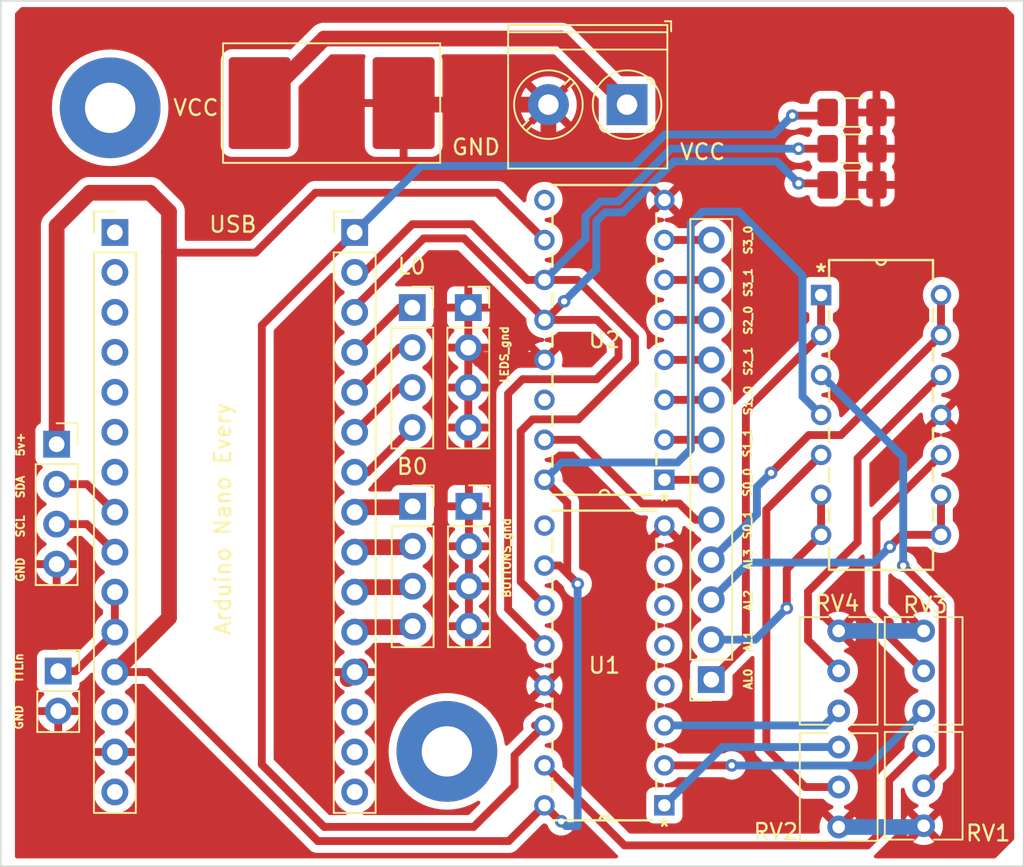
<source format=kicad_pcb>
(kicad_pcb (version 20221018) (generator pcbnew)
  (layers (0 "F.Cu" signal) (31 "B.Cu" signal) (34 "B.Paste" user) (35 "F.Paste" user) (36 "B.SilkS" user "B.Silkscreen") (37 "F.SilkS" user "F.Silkscreen") (38 "B.Mask" user) (39 "F.Mask" user) (44 "Edge.Cuts" user))
  (net 0 "")
  (net 1 "DATA")
  (net 2 "CLOCK")
  (net 3 "LATCH")
  (net 4 "LED0")
  (net 5 "LED1")
  (net 6 "LED2")
  (net 7 "LED3")
  (net 8 "BUTTON_0")
  (net 9 "BUTTON_1")
  (net 10 "BUTTON_2")
  (net 11 "BUTTON_3")
  (net 12 "GND")
  (net 17 "VCC_board")
  (net 19 "TTL+")
  (net 20 "SCL")
  (net 21 "SDA")
  (net 22 "VCC")
  (net 23 "AL1")
  (net 26 "AL2")
  (net 27 "AL3")
  (net 28 "AL0")
  (net 33 "Switch0_OFF")
  (net 35 "Switch1_ON")
  (net 36 "Switch1_OFF")
  (net 37 "Switch2_ON")
  (net 38 "Switch2_OFF")
  (net 39 "Switch3_ON")
  (net 40 "Switch3_OFF")
  (net 43 "Switch0_ON")
  (net 49 "AL0_out")
  (net 50 "AL1_out")
  (net 51 "AL2_out")
  (net 52 "AL3_out")
  (net 53 "Net-(U3-1IN+)")
  (net 54 "Net-(U3-2IN+)")
  (net 55 "Net-(U3-3IN+)")
  (net 56 "Net-(U3-4IN+)")
  (footprint "Connector_PinHeader_2.54mm:PinHeader_1x15_P2.54mm_Vertical" (layer "F.Cu") (at 7.25 14.72)
    (fp_text reference "J2" hide)
    (fp_text value "Conn_01x15_Pin" hide)
    (pad "1" thru_hole rect (at 0 0) (size 1.7 1.7) (drill 1) (layers "*.Cu" "*.Mask"))
    (pad "2" thru_hole oval (at 0 2.54) (size 1.7 1.7) (drill 1) (layers "*.Cu" "*.Mask"))
    (pad "3" thru_hole oval (at 0 5.08) (size 1.7 1.7) (drill 1) (layers "*.Cu" "*.Mask"))
    (pad "4" thru_hole oval (at 0 7.62) (size 1.7 1.7) (drill 1) (layers "*.Cu" "*.Mask"))
    (pad "5" thru_hole oval (at 0 10.16) (size 1.7 1.7) (drill 1) (layers "*.Cu" "*.Mask"))
    (pad "6" thru_hole oval (at 0 12.7) (size 1.7 1.7) (drill 1) (layers "*.Cu" "*.Mask"))
    (pad "7" thru_hole oval (at 0 15.24) (size 1.7 1.7) (drill 1) (layers "*.Cu" "*.Mask"))
    (pad "8" thru_hole oval (at 0 17.78) (size 1.7 1.7) (drill 1) (layers "*.Cu" "*.Mask") (net 21 "SDA"))
    (pad "9" thru_hole oval (at 0 20.32) (size 1.7 1.7) (drill 1) (layers "*.Cu" "*.Mask") (net 20 "SCL"))
    (pad "10" thru_hole oval (at 0 22.86) (size 1.7 1.7) (drill 1) (layers "*.Cu" "*.Mask") (net 19 "TTL+"))
    (pad "11" thru_hole oval (at 0 25.4) (size 1.7 1.7) (drill 1) (layers "*.Cu" "*.Mask") (net 19 "TTL+"))
    (pad "12" thru_hole oval (at 0 27.94) (size 1.7 1.7) (drill 1) (layers "*.Cu" "*.Mask") (net 17 "VCC_board"))
    (pad "13" thru_hole oval (at 0 30.48) (size 1.7 1.7) (drill 1) (layers "*.Cu" "*.Mask"))
    (pad "14" thru_hole oval (at 0 33.02) (size 1.7 1.7) (drill 1) (layers "*.Cu" "*.Mask") (net 12 "GND"))
    (pad "15" thru_hole oval (at 0 35.56) (size 1.7 1.7) (drill 1) (layers "*.Cu" "*.Mask"))
  )
  (footprint "PCM_Resistor_SMD_AKL:R_Shunt_Vishay_WSR2_WSR3" (layer "F.Cu") (at 21.025 6.5)
    (fp_text reference "REF**" hide)
    (fp_text value "R_Shunt_Vishay_WSR2_WSR3" hide)
    (pad "1" smd roundrect (at -4.575 0) (size 3.94 5.84) (layers "F.Cu" "F.Paste" "F.Mask") (roundrect_rratio 0.06345177665) (net 22 "VCC"))
    (pad "2" smd roundrect (at 4.575 0) (size 3.94 5.84) (layers "F.Cu" "F.Paste" "F.Mask") (roundrect_rratio 0.06345177665) (net 12 "GND"))
  )
  (footprint "MountingHole:MountingHole_3.2mm_M3_Pad" (layer "F.Cu") (at 6.95 6.8)
    (fp_text reference "REF**" hide)
    (fp_text value "MountingHole_3.2mm_M3_Pad" hide)
    (pad "1" thru_hole circle (at 0 0) (size 6.4 6.4) (drill 3.2) (layers "*.Cu" "*.Mask"))
  )
  (footprint "abc:SN74HC595N" (layer "F.Cu") (at 34.55 33.35 180)
    (fp_text reference "U1" (at -3.81 -8.89) (layer "F.SilkS"))
    (fp_text value "SN74HC595_N_16" hide)
    (fp_text user "*" (at -7.62 -19.1897) (layer "F.SilkS"))
    (pad "1" thru_hole rect (at -7.62 -17.78 180) (size 1.2954 1.2954) (drill 0.7874) (layers "*.Cu" "*.Mask") (net 23 "AL1"))
    (pad "2" thru_hole circle (at -7.62 -15.24 180) (size 1.2954 1.2954) (drill 0.7874) (layers "*.Cu" "*.Mask") (net 26 "AL2"))
    (pad "3" thru_hole circle (at -7.62 -12.7 180) (size 1.2954 1.2954) (drill 0.7874) (layers "*.Cu" "*.Mask") (net 27 "AL3"))
    (pad "4" thru_hole circle (at -7.62 -10.16 180) (size 1.2954 1.2954) (drill 0.7874) (layers "*.Cu" "*.Mask"))
    (pad "5" thru_hole circle (at -7.62 -7.62 180) (size 1.2954 1.2954) (drill 0.7874) (layers "*.Cu" "*.Mask"))
    (pad "6" thru_hole circle (at -7.62 -5.08 180) (size 1.2954 1.2954) (drill 0.7874) (layers "*.Cu" "*.Mask"))
    (pad "7" thru_hole circle (at -7.62 -2.54 180) (size 1.2954 1.2954) (drill 0.7874) (layers "*.Cu" "*.Mask"))
    (pad "8" thru_hole circle (at -7.62 0 180) (size 1.2954 1.2954) (drill 0.7874) (layers "*.Cu" "*.Mask") (net 12 "GND"))
    (pad "9" thru_hole circle (at 0 0 180) (size 1.2954 1.2954) (drill 0.7874) (layers "*.Cu" "*.Mask"))
    (pad "10" thru_hole circle (at 0 -2.54 180) (size 1.2954 1.2954) (drill 0.7874) (layers "*.Cu" "*.Mask") (net 17 "VCC_board"))
    (pad "11" thru_hole circle (at 0 -5.08 180) (size 1.2954 1.2954) (drill 0.7874) (layers "*.Cu" "*.Mask") (net 2 "CLOCK"))
    (pad "12" thru_hole circle (at 0 -7.62 180) (size 1.2954 1.2954) (drill 0.7874) (layers "*.Cu" "*.Mask") (net 3 "LATCH"))
    (pad "13" thru_hole circle (at 0 -10.16 180) (size 1.2954 1.2954) (drill 0.7874) (layers "*.Cu" "*.Mask") (net 12 "GND"))
    (pad "14" thru_hole circle (at 0 -12.7 180) (size 1.2954 1.2954) (drill 0.7874) (layers "*.Cu" "*.Mask") (net 1 "DATA"))
    (pad "15" thru_hole circle (at 0 -15.24 180) (size 1.2954 1.2954) (drill 0.7874) (layers "*.Cu" "*.Mask") (net 28 "AL0"))
    (pad "16" thru_hole circle (at 0 -17.78 180) (size 1.2954 1.2954) (drill 0.7874) (layers "*.Cu" "*.Mask") (net 17 "VCC_board"))
  )
  (footprint "Connector_PinSocket_2.54mm:PinSocket_1x04_P2.54mm_Vertical" (layer "F.Cu") (at 29.75 32.125)
    (fp_text reference "J7" hide)
    (fp_text value "BUTTONS_gnd" hide)
    (pad "1" thru_hole rect (at 0 0) (size 1.7 1.7) (drill 1) (layers "*.Cu" "*.Mask") (net 12 "GND"))
    (pad "2" thru_hole oval (at 0 2.54) (size 1.7 1.7) (drill 1) (layers "*.Cu" "*.Mask") (net 12 "GND"))
    (pad "3" thru_hole oval (at 0 5.08) (size 1.7 1.7) (drill 1) (layers "*.Cu" "*.Mask") (net 12 "GND"))
    (pad "4" thru_hole oval (at 0 7.62) (size 1.7 1.7) (drill 1) (layers "*.Cu" "*.Mask") (net 12 "GND"))
  )
  (footprint "Resistor_SMD:R_1206_3216Metric_Pad1.30x1.75mm_HandSolder" (layer "F.Cu") (at 54.1 11.7 180)
    (fp_text reference "R2" hide)
    (fp_text value "R_1206" hide)
    (pad "1" smd roundrect (at -1.55 0 180) (size 1.3 1.75) (layers "F.Cu" "F.Paste" "F.Mask") (roundrect_rratio 0.192308) (net 12 "GND"))
    (pad "2" smd roundrect (at 1.55 0 180) (size 1.3 1.75) (layers "F.Cu" "F.Paste" "F.Mask") (roundrect_rratio 0.192308) (net 3 "LATCH"))
  )
  (footprint "Potentiometer_THT:Potentiometer_Vishay_T73XW_Horizontal" (layer "F.Cu") (at 53.25 47.425)
    (fp_text reference "RV2" hide)
    (fp_text value "potentiometer_3362P" hide)
    (pad "1" thru_hole circle (at 0 0) (size 1.44 1.44) (drill 0.8) (layers "*.Cu" "*.Mask") (net 23 "AL1"))
    (pad "2" thru_hole circle (at 0 2.54) (size 1.44 1.44) (drill 0.8) (layers "*.Cu" "*.Mask") (net 54 "Net-(U3-2IN+)"))
    (pad "3" thru_hole circle (at 0 5.08) (size 1.44 1.44) (drill 0.8) (layers "*.Cu" "*.Mask") (net 12 "GND"))
  )
  (footprint "Resistor_SMD:R_1206_3216Metric_Pad1.30x1.75mm_HandSolder" (layer "F.Cu") (at 54.1 7.1 180)
    (fp_text reference "R1" hide)
    (fp_text value "R_1206" hide)
    (pad "1" smd roundrect (at -1.55 0 180) (size 1.3 1.75) (layers "F.Cu" "F.Paste" "F.Mask") (roundrect_rratio 0.192308) (net 12 "GND"))
    (pad "2" smd roundrect (at 1.55 0 180) (size 1.3 1.75) (layers "F.Cu" "F.Paste" "F.Mask") (roundrect_rratio 0.192308) (net 1 "DATA"))
  )
  (footprint "Potentiometer_THT:Potentiometer_Vishay_T73XW_Horizontal" (layer "F.Cu") (at 58.65 47.345)
    (fp_text reference "RV1" (at 4.1 5.555) (layer "F.SilkS"))
    (fp_text value "potentiometer_3362P" hide)
    (pad "1" thru_hole circle (at 0 0) (size 1.44 1.44) (drill 0.8) (layers "*.Cu" "*.Mask") (net 28 "AL0"))
    (pad "2" thru_hole circle (at 0 2.54) (size 1.44 1.44) (drill 0.8) (layers "*.Cu" "*.Mask") (net 53 "Net-(U3-1IN+)"))
    (pad "3" thru_hole circle (at 0 5.08) (size 1.44 1.44) (drill 0.8) (layers "*.Cu" "*.Mask") (net 12 "GND"))
  )
  (footprint "LM324N:N14" (layer "F.Cu") (at 59.75 33.94)
    (fp_text reference "U3" hide)
    (fp_text value "LM324N")
    (fp_text user "*" (at -7.62 -16.6497) (layer "F.SilkS"))
    (fp_text user "*" (at -7.62 -16.6497 unlocked) (layer "F.SilkS"))
    (pad "1" thru_hole rect (at -7.62 -15.24) (size 1.2954 1.2954) (drill 0.7874) (layers "*.Cu" "*.Mask") (net 49 "AL0_out"))
    (pad "2" thru_hole circle (at -7.62 -12.7) (size 1.2954 1.2954) (drill 0.7874) (layers "*.Cu" "*.Mask") (net 49 "AL0_out"))
    (pad "3" thru_hole circle (at -7.62 -10.16) (size 1.2954 1.2954) (drill 0.7874) (layers "*.Cu" "*.Mask") (net 53 "Net-(U3-1IN+)"))
    (pad "4" thru_hole circle (at -7.62 -7.62) (size 1.2954 1.2954) (drill 0.7874) (layers "*.Cu" "*.Mask") (net 17 "VCC_board"))
    (pad "5" thru_hole circle (at -7.62 -5.08) (size 1.2954 1.2954) (drill 0.7874) (layers "*.Cu" "*.Mask") (net 54 "Net-(U3-2IN+)"))
    (pad "6" thru_hole circle (at -7.62 -2.54) (size 1.2954 1.2954) (drill 0.7874) (layers "*.Cu" "*.Mask") (net 50 "AL1_out"))
    (pad "7" thru_hole circle (at -7.62 0) (size 1.2954 1.2954) (drill 0.7874) (layers "*.Cu" "*.Mask") (net 50 "AL1_out"))
    (pad "8" thru_hole circle (at 0 0) (size 1.2954 1.2954) (drill 0.7874) (layers "*.Cu" "*.Mask") (net 51 "AL2_out"))
    (pad "9" thru_hole circle (at 0 -2.54) (size 1.2954 1.2954) (drill 0.7874) (layers "*.Cu" "*.Mask") (net 51 "AL2_out"))
    (pad "10" thru_hole circle (at 0 -5.08) (size 1.2954 1.2954) (drill 0.7874) (layers "*.Cu" "*.Mask") (net 55 "Net-(U3-3IN+)"))
    (pad "11" thru_hole circle (at 0 -7.62) (size 1.2954 1.2954) (drill 0.7874) (layers "*.Cu" "*.Mask") (net 12 "GND"))
    (pad "12" thru_hole circle (at 0 -10.16) (size 1.2954 1.2954) (drill 0.7874) (layers "*.Cu" "*.Mask") (net 56 "Net-(U3-4IN+)"))
    (pad "13" thru_hole circle (at 0 -12.7) (size 1.2954 1.2954) (drill 0.7874) (layers "*.Cu" "*.Mask") (net 52 "AL3_out"))
    (pad "14" thru_hole circle (at 0 -15.24) (size 1.2954 1.2954) (drill 0.7874) (layers "*.Cu" "*.Mask") (net 52 "AL3_out"))
  )
  (footprint "Connector_PinSocket_2.54mm:PinSocket_1x04_P2.54mm_Vertical" (layer "F.Cu") (at 29.71 19.5)
    (fp_text reference "J5" hide)
    (fp_text value "LEDS_gnd" (at 2.3 2.975 90) (layer "F.SilkS") (effects (font (size 0.5 0.5) (thickness 0.125))))
    (pad "1" thru_hole rect (at 0 0) (size 1.7 1.7) (drill 1) (layers "*.Cu" "*.Mask") (net 12 "GND"))
    (pad "2" thru_hole oval (at 0 2.54) (size 1.7 1.7) (drill 1) (layers "*.Cu" "*.Mask") (net 12 "GND"))
    (pad "3" thru_hole oval (at 0 5.08) (size 1.7 1.7) (drill 1) (layers "*.Cu" "*.Mask") (net 12 "GND"))
    (pad "4" thru_hole oval (at 0 7.62) (size 1.7 1.7) (drill 1) (layers "*.Cu" "*.Mask") (net 12 "GND"))
  )
  (footprint "Connector_PinSocket_2.54mm:PinSocket_1x02_P2.54mm_Vertical" (layer "F.Cu") (at 3.65 42.6)
    (fp_text reference "J9" hide)
    (fp_text value "TTLin" (at -2.5 -0.2 90) (layer "F.SilkS") (effects (font (size 0.5 0.5))))
    (pad "1" thru_hole rect (at 0 0) (size 1.7 1.7) (drill 1) (layers "*.Cu" "*.Mask") (net 19 "TTL+"))
    (pad "2" thru_hole oval (at 0 2.54) (size 1.7 1.7) (drill 1) (layers "*.Cu" "*.Mask") (net 12 "GND"))
  )
  (footprint "Connector_PinSocket_2.54mm:PinSocket_1x04_P2.54mm_Vertical" (layer "F.Cu") (at 3.55 28.18)
    (fp_text reference "J8" hide)
    (fp_text value "oled" hide)
    (pad "1" thru_hole rect (at 0 0) (size 1.7 1.7) (drill 1) (layers "*.Cu" "*.Mask") (net 17 "VCC_board"))
    (pad "2" thru_hole oval (at 0 2.54) (size 1.7 1.7) (drill 1) (layers "*.Cu" "*.Mask") (net 21 "SDA"))
    (pad "3" thru_hole oval (at 0 5.08) (size 1.7 1.7) (drill 1) (layers "*.Cu" "*.Mask") (net 20 "SCL"))
    (pad "4" thru_hole oval (at 0 7.62) (size 1.7 1.7) (drill 1) (layers "*.Cu" "*.Mask") (net 12 "GND"))
  )
  (footprint "Connector_PinHeader_2.54mm:PinHeader_1x15_P2.54mm_Vertical" (layer "F.Cu") (at 22.49 14.72)
    (fp_text reference "J1" hide)
    (fp_text value "Conn_01x15_Pin" hide)
    (pad "1" thru_hole rect (at 0 0) (size 1.7 1.7) (drill 1) (layers "*.Cu" "*.Mask") (net 1 "DATA"))
    (pad "2" thru_hole oval (at 0 2.54) (size 1.7 1.7) (drill 1) (layers "*.Cu" "*.Mask") (net 2 "CLOCK"))
    (pad "3" thru_hole oval (at 0 5.08) (size 1.7 1.7) (drill 1) (layers "*.Cu" "*.Mask") (net 3 "LATCH"))
    (pad "4" thru_hole oval (at 0 7.62) (size 1.7 1.7) (drill 1) (layers "*.Cu" "*.Mask") (net 4 "LED0"))
    (pad "5" thru_hole oval (at 0 10.16) (size 1.7 1.7) (drill 1) (layers "*.Cu" "*.Mask") (net 5 "LED1"))
    (pad "6" thru_hole oval (at 0 12.7) (size 1.7 1.7) (drill 1) (layers "*.Cu" "*.Mask") (net 6 "LED2"))
    (pad "7" thru_hole oval (at 0 15.24) (size 1.7 1.7) (drill 1) (layers "*.Cu" "*.Mask") (net 7 "LED3"))
    (pad "8" thru_hole oval (at 0 17.78) (size 1.7 1.7) (drill 1) (layers "*.Cu" "*.Mask") (net 8 "BUTTON_0"))
    (pad "9" thru_hole oval (at 0 20.32) (size 1.7 1.7) (drill 1) (layers "*.Cu" "*.Mask") (net 9 "BUTTON_1"))
    (pad "10" thru_hole oval (at 0 22.86) (size 1.7 1.7) (drill 1) (layers "*.Cu" "*.Mask") (net 10 "BUTTON_2"))
    (pad "11" thru_hole oval (at 0 25.4) (size 1.7 1.7) (drill 1) (layers "*.Cu" "*.Mask") (net 11 "BUTTON_3"))
    (pad "12" thru_hole oval (at 0 27.94) (size 1.7 1.7) (drill 1) (layers "*.Cu" "*.Mask") (net 12 "GND"))
    (pad "13" thru_hole oval (at 0 30.48) (size 1.7 1.7) (drill 1) (layers "*.Cu" "*.Mask"))
    (pad "14" thru_hole oval (at 0 33.02) (size 1.7 1.7) (drill 1) (layers "*.Cu" "*.Mask"))
    (pad "15" thru_hole oval (at 0 35.56) (size 1.7 1.7) (drill 1) (layers "*.Cu" "*.Mask"))
  )
  (footprint "MountingHole:MountingHole_3.2mm_M3_Pad" (layer "F.Cu") (at 28.35 47.7)
    (fp_text reference "REF**" hide)
    (fp_text value "MountingHole_3.2mm_M3_Pad" hide)
    (pad "1" thru_hole circle (at 0 0) (size 6.4 6.4) (drill 3.2) (layers "*.Cu" "*.Mask"))
  )
  (footprint "Connector_PinSocket_2.54mm:PinSocket_1x04_P2.54mm_Vertical" (layer "F.Cu") (at 26.175 32.125)
    (fp_text reference "J6" hide)
    (fp_text value "Buttons_digital" hide)
    (pad "1" thru_hole rect (at 0 0) (size 1.7 1.7) (drill 1) (layers "*.Cu" "*.Mask") (net 8 "BUTTON_0"))
    (pad "2" thru_hole oval (at 0 2.54) (size 1.7 1.7) (drill 1) (layers "*.Cu" "*.Mask") (net 9 "BUTTON_1"))
    (pad "3" thru_hole oval (at 0 5.08) (size 1.7 1.7) (drill 1) (layers "*.Cu" "*.Mask") (net 10 "BUTTON_2"))
    (pad "4" thru_hole oval (at 0 7.62) (size 1.7 1.7) (drill 1) (layers "*.Cu" "*.Mask") (net 11 "BUTTON_3"))
  )
  (footprint "TerminalBlock_Phoenix:TerminalBlock_Phoenix_PT-1,5-2-5.0-H_1x02_P5.00mm_Horizontal" (layer "F.Cu") (at 39.8 6.6 180)
    (fp_text reference "J3" hide)
    (fp_text value "power" hide)
    (pad "1" thru_hole rect (at 0 0 180) (size 2.6 2.6) (drill 1.3) (layers "*.Cu" "*.Mask") (net 22 "VCC"))
    (pad "2" thru_hole circle (at 5 0 180) (size 2.6 2.6) (drill 1.3) (layers "*.Cu" "*.Mask") (net 12 "GND"))
  )
  (footprint "Potentiometer_THT:Potentiometer_Vishay_T73XW_Horizontal" (layer "F.Cu") (at 58.65 45.125 180)
    (fp_text reference "RV3" hide)
    (fp_text value "potentiometer_3362P" hide)
    (pad "1" thru_hole circle (at 0 0 180) (size 1.44 1.44) (drill 0.8) (layers "*.Cu" "*.Mask") (net 26 "AL2"))
    (pad "2" thru_hole circle (at 0 2.54 180) (size 1.44 1.44) (drill 0.8) (layers "*.Cu" "*.Mask") (net 55 "Net-(U3-3IN+)"))
    (pad "3" thru_hole circle (at 0 5.08 180) (size 1.44 1.44) (drill 0.8) (layers "*.Cu" "*.Mask") (net 12 "GND"))
  )
  (footprint "Resistor_SMD:R_1206_3216Metric_Pad1.30x1.75mm_HandSolder" (layer "F.Cu") (at 54.1 9.4 180)
    (fp_text reference "R3" hide)
    (fp_text value "R_1206" hide)
    (pad "1" smd roundrect (at -1.55 0 180) (size 1.3 1.75) (layers "F.Cu" "F.Paste" "F.Mask") (roundrect_rratio 0.192308) (net 12 "GND"))
    (pad "2" smd roundrect (at 1.55 0 180) (size 1.3 1.75) (layers "F.Cu" "F.Paste" "F.Mask") (roundrect_rratio 0.192308) (net 2 "CLOCK"))
  )
  (footprint "Potentiometer_THT:Potentiometer_Vishay_T73XW_Horizontal" (layer "F.Cu") (at 53.25 45.125 180)
    (fp_text reference "RV4" hide)
    (fp_text value "potentiometer_3362P" hide)
    (pad "1" thru_hole circle (at 0 0 180) (size 1.44 1.44) (drill 0.8) (layers "*.Cu" "*.Mask") (net 27 "AL3"))
    (pad "2" thru_hole circle (at 0 2.54 180) (size 1.44 1.44) (drill 0.8) (layers "*.Cu" "*.Mask") (net 56 "Net-(U3-4IN+)"))
    (pad "3" thru_hole circle (at 0 5.08 180) (size 1.44 1.44) (drill 0.8) (layers "*.Cu" "*.Mask") (net 12 "GND"))
  )
  (footprint "abc:SN74HC595N" (layer "F.Cu") (at 34.55 12.66 180)
    (fp_text reference "U2" (at -3.81 -8.89) (layer "F.SilkS"))
    (fp_text value "SN74HC595_N_16" hide)
    (fp_text user "*" (at -7.62 -19.1897) (layer "F.SilkS"))
    (pad "1" thru_hole rect (at -7.62 -17.78 180) (size 1.2954 1.2954) (drill 0.7874) (layers "*.Cu" "*.Mask") (net 33 "Switch0_OFF"))
    (pad "2" thru_hole circle (at -7.62 -15.24 180) (size 1.2954 1.2954) (drill 0.7874) (layers "*.Cu" "*.Mask") (net 35 "Switch1_ON"))
    (pad "3" thru_hole circle (at -7.62 -12.7 180) (size 1.2954 1.2954) (drill 0.7874) (layers "*.Cu" "*.Mask") (net 36 "Switch1_OFF"))
    (pad "4" thru_hole circle (at -7.62 -10.16 180) (size 1.2954 1.2954) (drill 0.7874) (layers "*.Cu" "*.Mask") (net 37 "Switch2_ON"))
    (pad "5" thru_hole circle (at -7.62 -7.62 180) (size 1.2954 1.2954) (drill 0.7874) (layers "*.Cu" "*.Mask") (net 38 "Switch2_OFF"))
    (pad "6" thru_hole circle (at -7.62 -5.08 180) (size 1.2954 1.2954) (drill 0.7874) (layers "*.Cu" "*.Mask") (net 39 "Switch3_ON"))
    (pad "7" thru_hole circle (at -7.62 -2.54 180) (size 1.2954 1.2954) (drill 0.7874) (layers "*.Cu" "*.Mask") (net 40 "Switch3_OFF"))
    (pad "8" thru_hole circle (at -7.62 0 180) (size 1.2954 1.2954) (drill 0.7874) (layers "*.Cu" "*.Mask") (net 12 "GND"))
    (pad "9" thru_hole circle (at 0 0 180) (size 1.2954 1.2954) (drill 0.7874) (layers "*.Cu" "*.Mask"))
    (pad "10" thru_hole circle (at 0 -2.54 180) (size 1.2954 1.2954) (drill 0.7874) (layers "*.Cu" "*.Mask") (net 17 "VCC_board"))
    (pad "11" thru_hole circle (at 0 -5.08 180) (size 1.2954 1.2954) (drill 0.7874) (layers "*.Cu" "*.Mask") (net 2 "CLOCK"))
    (pad "12" thru_hole circle (at 0 -7.62 180) (size 1.2954 1.2954) (drill 0.7874) (layers "*.Cu" "*.Mask") (net 3 "LATCH"))
    (pad "13" thru_hole circle (at 0 -10.16 180) (size 1.2954 1.2954) (drill 0.7874) (layers "*.Cu" "*.Mask") (net 12 "GND"))
    (pad "14" thru_hole circle (at 0 -12.7 180) (size 1.2954 1.2954) (drill 0.7874) (layers "*.Cu" "*.Mask"))
    (pad "15" thru_hole circle (at 0 -15.24 180) (size 1.2954 1.2954) (drill 0.7874) (layers "*.Cu" "*.Mask") (net 43 "Switch0_ON"))
    (pad "16" thru_hole circle (at 0 -17.78 180) (size 1.2954 1.2954) (drill 0.7874) (layers "*.Cu" "*.Mask") (net 17 "VCC_board"))
  )
  (footprint "Connector_PinSocket_2.54mm:PinSocket_1x04_P2.54mm_Vertical" (layer "F.Cu") (at 26.15 19.5)
    (fp_text reference "J4" hide)
    (fp_text value "LEDS_vcc" hide)
    (pad "1" thru_hole rect (at 0 0) (size 1.7 1.7) (drill 1) (layers "*.Cu" "*.Mask") (net 4 "LED0"))
    (pad "2" thru_hole oval (at 0 2.54) (size 1.7 1.7) (drill 1) (layers "*.Cu" "*.Mask") (net 5 "LED1"))
    (pad "3" thru_hole oval (at 0 5.08) (size 1.7 1.7) (drill 1) (layers "*.Cu" "*.Mask") (net 6 "LED2"))
    (pad "4" thru_hole oval (at 0 7.62) (size 1.7 1.7) (drill 1) (layers "*.Cu" "*.Mask") (net 7 "LED3"))
  )
  (footprint "Connector_PinSocket_2.54mm:PinSocket_1x12_P2.54mm_Vertical" (layer "F.Cu") (at 45.15 43.14 180)
    (fp_text reference "J10" hide)
    (fp_text value "register_out" hide)
    (pad "1" thru_hole rect (at 0 0 180) (size 1.7 1.7) (drill 1) (layers "*.Cu" "*.Mask") (net 49 "AL0_out"))
    (pad "2" thru_hole oval (at 0 2.54 180) (size 1.7 1.7) (drill 1) (layers "*.Cu" "*.Mask") (net 50 "AL1_out"))
    (pad "3" thru_hole oval (at 0 5.08 180) (size 1.7 1.7) (drill 1) (layers "*.Cu" "*.Mask") (net 51 "AL2_out"))
    (pad "4" thru_hole oval (at 0 7.62 180) (size 1.7 1.7) (drill 1) (layers "*.Cu" "*.Mask") (net 52 "AL3_out"))
    (pad "5" thru_hole oval (at 0 10.16 180) (size 1.7 1.7) (drill 1) (layers "*.Cu" "*.Mask") (net 43 "Switch0_ON"))
    (pad "6" thru_hole oval (at 0 12.7 180) (size 1.7 1.7) (drill 1) (layers "*.Cu" "*.Mask") (net 33 "Switch0_OFF"))
    (pad "7" thru_hole oval (at 0 15.24 180) (size 1.7 1.7) (drill 1) (layers "*.Cu" "*.Mask") (net 35 "Switch1_ON"))
    (pad "8" thru_hole oval (at 0 17.78 180) (size 1.7 1.7) (drill 1) (layers "*.Cu" "*.Mask") (net 36 "Switch1_OFF"))
    (pad "9" thru_hole oval (at 0 20.32 180) (size 1.7 1.7) (drill 1) (layers "*.Cu" "*.Mask") (net 37 "Switch2_ON"))
    (pad "10" thru_hole oval (at 0 22.86 180) (size 1.7 1.7) (drill 1) (layers "*.Cu" "*.Mask") (net 38 "Switch2_OFF"))
    (pad "11" thru_hole oval (at 0 25.4 180) (size 1.7 1.7) (drill 1) (layers "*.Cu" "*.Mask") (net 39 "Switch3_ON"))
    (pad "12" thru_hole oval (at 0 27.94 180) (size 1.7 1.7) (drill 1) (layers "*.Cu" "*.Mask") (net 40 "Switch3_OFF"))
  )
  (gr_rect (start 0 0) (end 65 55) (stroke (width 0.1)) (fill none) (layer "Edge.Cuts"))
  (gr_text "S1_1" (at 47.447381 28.105 90) (layer "F.SilkS") (effects (font (size 0.5 0.5))))
  (gr_text "S3_1" (at 47.495 17.905 90) (layer "F.SilkS") (effects (font (size 0.5 0.5))))
  (gr_text "SCL" (at 1.25 33.4 90) (layer "F.SilkS") (effects (font (size 0.5 0.5))))
  (gr_text "GND" (at 1.15 45.535 90) (layer "F.SilkS") (effects (font (size 0.5 0.5))))
  (gr_text "S2_0" (at 47.495 20.305 90) (layer "F.SilkS") (effects (font (size 0.5 0.5))))
  (gr_text "GND" (at 1.25 36.155 90) (layer "F.SilkS") (effects (font (size 0.5 0.5))))
  (gr_text "S2_1" (at 47.495 22.905 90) (layer "F.SilkS") (effects (font (size 0.5 0.5))))
  (gr_text "VCC" (at 44.6 9.6) (layer "F.SilkS") (effects (font (size 1 1))))
  (gr_text "SDA" (at 1.25 30.9 90) (layer "F.SilkS") (effects (font (size 0.5 0.5))))
  (gr_text "S0_1" (at 47.447381 33.305 90) (layer "F.SilkS") (effects (font (size 0.5 0.5))))
  (gr_text "B0" (at 26.15 29.6) (layer "F.SilkS") (effects (font (size 1 1))))
  (gr_text "VCC" (at 12.4 6.8) (layer "F.SilkS") (effects (font (size 1 1))))
  (gr_text "AL2" (at 47.495 38.105 90) (layer "F.SilkS") (effects (font (size 0.5 0.5))))
  (gr_text "AL1" (at 47.495 40.705 90) (layer "F.SilkS") (effects (font (size 0.5 0.5))))
  (gr_text "RV3\n" (at 58.75 38.4) (layer "F.SilkS") (effects (font (size 1 1))))
  (gr_text "5v+" (at 1.25 28.2 90) (layer "F.SilkS") (effects (font (size 0.5 0.5))))
  (gr_text "RV2" (at 49.25 52.8) (layer "F.SilkS") (effects (font (size 1 1))))
  (gr_text "S1_O" (at 47.495 25.405 90) (layer "F.SilkS") (effects (font (size 0.5 0.5))))
  (gr_text "USB" (at 13.15 14.8) (layer "F.SilkS") (effects (font (size 1 1)) (justify left bottom)))
  (gr_text "AL3" (at 47.495 35.505 90) (layer "F.SilkS") (effects (font (size 0.5 0.5))))
  (gr_text "S0_0" (at 47.447381 30.605 90) (layer "F.SilkS") (effects (font (size 0.5 0.5))))
  (gr_text "Arduino Nano Every" (at 14.69 40.405 90) (layer "F.SilkS") (effects (font (size 1 1)) (justify left bottom)))
  (gr_text "RV4\n" (at 53.15 38.3) (layer "F.SilkS") (effects (font (size 1 1))))
  (gr_text "GND" (at 30.2 9.3) (layer "F.SilkS") (effects (font (size 1 1))))
  (gr_text "BUTTONS_gnd" (at 32.15 35.405 90) (layer "F.SilkS") (effects (font (size 0.5 0.5) (thickness 0.125))))
  (gr_text "L0" (at 26.11 16.875) (layer "F.SilkS") (effects (font (size 1 1))))
  (gr_text "S3_0" (at 47.495 15.205 90) (layer "F.SilkS") (effects (font (size 0.5 0.5))))
  (gr_text "AL0" (at 47.495 43.105 90) (layer "F.SilkS") (effects (font (size 0.5 0.5))))
  (segment (start 16.59 48.54) (end 20.55 52.5) (width 0.5) (layer "F.Cu") (net 1))
  (segment (start 52.35 7.3) (end 52.55 7.1) (width 0.5) (layer "F.Cu") (net 1))
  (segment (start 33.95 46.05) (end 34.55 46.05) (width 0.5) (layer "F.Cu") (net 1))
  (segment (start 16.59 20.62) (end 16.59 48.54) (width 0.5) (layer "F.Cu") (net 1))
  (segment (start 32.65 49.9) (end 32.65 47.95) (width 0.5) (layer "F.Cu") (net 1))
  (segment (start 30.05 52.5) (end 32.65 49.9) (width 0.5) (layer "F.Cu") (net 1))
  (segment (start 22.49 14.405) (end 22.49 14.72) (width 0.5) (layer "F.Cu") (net 1))
  (segment (start 32.65 47.95) (end 34.55 46.05) (width 0.5) (layer "F.Cu") (net 1))
  (segment (start 50.3 7.3) (end 52.35 7.3) (width 0.5) (layer "F.Cu") (net 1))
  (segment (start 22.49 14.72) (end 16.59 20.62) (width 0.5) (layer "F.Cu") (net 1))
  (segment (start 20.55 52.5) (end 30.05 52.5) (width 0.5) (layer "F.Cu") (net 1))
  (via (at 50.3 7.3) (size 0.8) (drill 0.4) (layers "F.Cu" "B.Cu") (net 1))
  (segment (start 40.2 10.5) (end 42.2 8.5) (width 0.5) (layer "B.Cu") (net 1))
  (segment (start 22.49 14.72) (end 26.71 10.5) (width 0.5) (layer "B.Cu") (net 1))
  (segment (start 26.71 10.5) (end 39 10.5) (width 0.5) (layer "B.Cu") (net 1))
  (segment (start 39 10.5) (end 40.2 10.5) (width 0.5) (layer "B.Cu") (net 1))
  (segment (start 42.2 8.5) (end 47.5 8.5) (width 0.5) (layer "B.Cu") (net 1))
  (segment (start 49.1 8.5) (end 50.3 7.3) (width 0.5) (layer "B.Cu") (net 1))
  (segment (start 47.5 8.5) (end 49.1 8.5) (width 0.5) (layer "B.Cu") (net 1))
  (segment (start 36.64 17.74) (end 40.3 21.4) (width 0.5) (layer "F.Cu") (net 2))
  (segment (start 26.15 14.2) (end 29.93 14.2) (width 0.5) (layer "F.Cu") (net 2))
  (segment (start 50.699994 9.4) (end 52.55 9.4) (width 0.5) (layer "F.Cu") (net 2))
  (segment (start 40.3 21.4) (end 40.3 23) (width 0.5) (layer "F.Cu") (net 2))
  (segment (start 22.49 17.26) (end 23.09 17.26) (width 0.5) (layer "F.Cu") (net 2))
  (segment (start 33.04 27.36) (end 33.04 36.92) (width 0.5) (layer "F.Cu") (net 2))
  (segment (start 29.93 14.2) (end 33.47 17.74) (width 0.5) (layer "F.Cu") (net 2))
  (segment (start 23.09 17.26) (end 26.15 14.2) (width 0.5) (layer "F.Cu") (net 2))
  (segment (start 33.8 26.6) (end 33.04 27.36) (width 0.5) (layer "F.Cu") (net 2))
  (segment (start 36.7 26.6) (end 33.8 26.6) (width 0.5) (layer "F.Cu") (net 2))
  (segment (start 33.04 36.92) (end 34.55 38.43) (width 0.5) (layer "F.Cu") (net 2))
  (segment (start 34.55 17.74) (end 34.55 17.37) (width 0.5) (layer "F.Cu") (net 2))
  (segment (start 33.47 17.74) (end 34.55 17.74) (width 0.5) (layer "F.Cu") (net 2))
  (segment (start 40.3 23) (end 36.7 26.6) (width 0.5) (layer "F.Cu") (net 2))
  (segment (start 34.55 17.74) (end 36.64 17.74) (width 0.5) (layer "F.Cu") (net 2))
  (via (at 50.699994 9.4) (size 0.8) (drill 0.4) (layers "F.Cu" "B.Cu") (net 2))
  (segment (start 42.6 9.4) (end 50.699994 9.4) (width 0.5) (layer "B.Cu") (net 2))
  (segment (start 34.55 17.74) (end 37.149998 15.140002) (width 0.5) (layer "B.Cu") (net 2))
  (segment (start 39.25 12.75) (end 42.6 9.4) (width 0.5) (layer "B.Cu") (net 2))
  (segment (start 37.149998 15.140002) (end 37.149998 13.716548) (width 0.5) (layer "B.Cu") (net 2))
  (segment (start 37.149998 13.716548) (end 38.116547 12.75) (width 0.5) (layer "B.Cu") (net 2))
  (segment (start 38.116547 12.75) (end 39.25 12.75) (width 0.5) (layer "B.Cu") (net 2))
  (segment (start 32.24 38.66) (end 34.55 40.97) (width 0.5) (layer "F.Cu") (net 3))
  (segment (start 29.44 15.1) (end 34.55 20.21) (width 0.5) (layer "F.Cu") (net 3))
  (segment (start 39.26 22.65005) (end 37.86005 24.05) (width 0.5) (layer "F.Cu") (net 3))
  (segment (start 34.55 20.21) (end 34.55 20.28) (width 0.5) (layer "F.Cu") (net 3))
  (segment (start 50.7 11.6) (end 52.45 11.6) (width 0.5) (layer "F.Cu") (net 3))
  (segment (start 34.55 20.28) (end 37.89 20.28) (width 0.5) (layer "F.Cu") (net 3))
  (segment (start 52.45 11.6) (end 52.55 11.7) (width 0.5) (layer "F.Cu") (net 3))
  (segment (start 26.875 15.1) (end 29.44 15.1) (width 0.5) (layer "F.Cu") (net 3))
  (segment (start 34.62 20.28) (end 35.8 19.1) (width 0.5) (layer "F.Cu") (net 3))
  (segment (start 37.86005 24.05) (end 33.16 24.05) (width 0.5) (layer "F.Cu") (net 3))
  (segment (start 39.26 21.65) (end 39.26 22.65005) (width 0.5) (layer "F.Cu") (net 3))
  (segment (start 33.16 24.05) (end 32.24 24.97) (width 0.5) (layer "F.Cu") (net 3))
  (segment (start 32.24 24.97) (end 32.24 38.66) (width 0.5) (layer "F.Cu") (net 3))
  (segment (start 37.89 20.28) (end 39.26 21.65) (width 0.5) (layer "F.Cu") (net 3))
  (segment (start 22.49 19.485) (end 26.875 15.1) (width 0.5) (layer "F.Cu") (net 3))
  (segment (start 34.55 20.28) (end 34.62 20.28) (width 0.5) (layer "F.Cu") (net 3))
  (via (at 50.7 11.6) (size 0.8) (drill 0.4) (layers "F.Cu" "B.Cu") (net 3))
  (via (at 35.8 19.1) (size 0.8) (drill 0.4) (layers "F.Cu" "B.Cu") (net 3))
  (segment (start 39.53995 13.45) (end 42.78995 10.2) (width 0.5) (layer "B.Cu") (net 3))
  (segment (start 37.849998 17.050002) (end 37.849998 14.006498) (width 0.5) (layer "B.Cu") (net 3))
  (segment (start 37.849998 14.006498) (end 38.406496 13.45) (width 0.5) (layer "B.Cu") (net 3))
  (segment (start 35.8 19.1) (end 37.849998 17.050002) (width 0.5) (layer "B.Cu") (net 3))
  (segment (start 42.78995 10.2) (end 49.3 10.2) (width 0.5) (layer "B.Cu") (net 3))
  (segment (start 49.3 10.2) (end 50.7 11.6) (width 0.5) (layer "B.Cu") (net 3))
  (segment (start 38.406496 13.45) (end 39.53995 13.45) (width 0.5) (layer "B.Cu") (net 3))
  (segment (start 22.49 22.125) (end 22.49 22.340002) (width 0.5) (layer "F.Cu") (net 4))
  (segment (start 22.49 22.025) (end 22.49 22.340002) (width 1) (layer "F.Cu") (net 4))
  (segment (start 26.15 19.5) (end 25.33 19.5) (width 0.5) (layer "F.Cu") (net 4))
  (segment (start 25.33 19.5) (end 22.49 22.34) (width 0.5) (layer "F.Cu") (net 4))
  (segment (start 26.15 22.04) (end 25.33 22.04) (width 0.5) (layer "F.Cu") (net 5))
  (segment (start 22.49 24.565) (end 22.49 24.880002) (width 1) (layer "F.Cu") (net 5))
  (segment (start 25.33 22.04) (end 22.49 24.88) (width 0.5) (layer "F.Cu") (net 5))
  (segment (start 22.49 24.665) (end 22.49 24.880002) (width 0.5) (layer "F.Cu") (net 5))
  (segment (start 22.49 27.105) (end 22.49 27.420002) (width 1) (layer "F.Cu") (net 6))
  (segment (start 22.49 27.42) (end 22.49 27.420002) (width 0.5) (layer "F.Cu") (net 6))
  (segment (start 26.15 24.58) (end 25.33 24.58) (width 0.5) (layer "F.Cu") (net 6))
  (segment (start 22.49 27.205) (end 22.49 27.420002) (width 0.5) (layer "F.Cu") (net 6))
  (segment (start 25.33 24.58) (end 22.49 27.42) (width 0.5) (layer "F.Cu") (net 6))
  (segment (start 22.49 29.645) (end 22.49 29.96) (width 0.5) (layer "F.Cu") (net 7))
  (segment (start 23.31 29.96) (end 26.15 27.12) (width 0.5) (layer "F.Cu") (net 7))
  (segment (start 26.15 27.12) (end 26.05 27.12) (width 1) (layer "F.Cu") (net 7))
  (segment (start 22.49 29.96) (end 23.31 29.96) (width 0.5) (layer "F.Cu") (net 7))
  (segment (start 26.115 32.185) (end 26.175 32.125) (width 1) (layer "F.Cu") (net 8))
  (segment (start 22.805 32.185) (end 26.115 32.185) (width 1) (layer "F.Cu") (net 8))
  (segment (start 22.49 32.5) (end 22.805 32.185) (width 1) (layer "F.Cu") (net 8))
  (segment (start 22.805 34.725) (end 26.115 34.725) (width 1) (layer "F.Cu") (net 9))
  (segment (start 22.49 35.04) (end 22.805 34.725) (width 1) (layer "F.Cu") (net 9))
  (segment (start 26.115 34.725) (end 26.175 34.665) (width 1) (layer "F.Cu") (net 9))
  (segment (start 22.805 37.265) (end 26.115 37.265) (width 1) (layer "F.Cu") (net 10))
  (segment (start 22.49 37.58) (end 22.805 37.265) (width 1) (layer "F.Cu") (net 10))
  (segment (start 26.115 37.265) (end 26.175 37.205) (width 1) (layer "F.Cu") (net 10))
  (segment (start 22.49 40.12) (end 22.805 39.805) (width 1) (layer "F.Cu") (net 11))
  (segment (start 26.115 39.805) (end 26.175 39.745) (width 1) (layer "F.Cu") (net 11))
  (segment (start 22.805 39.805) (end 26.115 39.805) (width 1) (layer "F.Cu") (net 11))
  (segment (start 30.49 22.82) (end 29.71 22.04) (width 1) (layer "F.Cu") (net 12))
  (segment (start 3.65 45.14) (end 3.65 45.515) (width 1) (layer "F.Cu") (net 12))
  (segment (start 25.7 6.6) (end 25.6 6.5) (width 1) (layer "F.Cu") (net 12))
  (segment (start 34.8 6.6) (end 34.8 10.59998) (width 1) (layer "F.Cu") (net 12))
  (segment (start 29.75 27.16) (end 29.71 27.12) (width 1) (layer "F.Cu") (net 12))
  (segment (start 22.045 43.105) (end 22.49 42.66) (width 1) (layer "F.Cu") (net 12))
  (segment (start 34.55 22.82) (end 30.49 22.82) (width 1) (layer "F.Cu") (net 12))
  (segment (start 22.85 42.3) (end 22.49 42.66) (width 1) (layer "F.Cu") (net 12))
  (segment (start 34.8 6.6) (end 25.7 6.6) (width 1) (layer "F.Cu") (net 12))
  (segment (start 34.8 6.6) (end 34.7 6.5) (width 1) (layer "F.Cu") (net 12))
  (segment (start 58.57 52.505) (end 58.65 52.425) (width 1) (layer "B.Cu") (net 12))
  (segment (start 53.25 40.045) (end 58.65 40.045) (width 1) (layer "B.Cu") (net 12))
  (segment (start 53.25 52.505) (end 58.57 52.505) (width 1) (layer "B.Cu") (net 12))
  (segment (start 34.55 35.89) (end 35.5 35.89) (width 0.5) (layer "F.Cu") (net 17))
  (segment (start 34.55 30.44) (end 36 31.89) (width 0.5) (layer "F.Cu") (net 17))
  (segment (start 35.565 52.145) (end 35.62 52.145) (width 0.5) (layer "F.Cu") (net 17))
  (segment (start 10.69 16.005) (end 10.69 13.405) (width 1) (layer "F.Cu") (net 17))
  (segment (start 36 36.39) (end 36.66 37.05) (width 0.5) (layer "F.Cu") (net 17))
  (segment (start 31.55 12.2) (end 34.55 15.2) (width 0.5) (layer "F.Cu") (net 17))
  (segment (start 36 31.89) (end 36 36.39) (width 0.5) (layer "F.Cu") (net 17))
  (segment (start 10.69 13.405) (end 9.485 12.2) (width 1) (layer "F.Cu") (net 17))
  (segment (start 10.69 39.22) (end 10.69 16.005) (width 1) (layer "F.Cu") (net 17))
  (segment (start 20.143502 53.4) (end 32.28 53.4) (width 0.5) (layer "F.Cu") (net 17))
  (segment (start 32.28 53.4) (end 34.55 51.13) (width 0.5) (layer "F.Cu") (net 17))
  (segment (start 3.55 14.3) (end 3.55 28.18) (width 1) (layer "F.Cu") (net 17))
  (segment (start 7.25 42.66) (end 10.69 39.22) (width 1) (layer "F.Cu") (net 17))
  (segment (start 34.55 51.13) (end 35.565 52.145) (width 0.5) (layer "F.Cu") (net 17))
  (segment (start 19.995 12.2) (end 31.55 12.2) (width 0.5) (layer "F.Cu") (net 17))
  (segment (start 5.65 12.2) (end 3.55 14.3) (width 1) (layer "F.Cu") (net 17))
  (segment (start 9.403502 42.66) (end 20.143502 53.4) (width 0.5) (layer "F.Cu") (net 17))
  (segment (start 35.5 35.89) (end 36.66 37.05) (width 0.5) (layer "F.Cu") (net 17))
  (segment (start 10.69 16.005) (end 16.19 16.005) (width 0.5) (layer "F.Cu") (net 17))
  (segment (start 7.25 42.66) (end 9.403502 42.66) (width 0.5) (layer "F.Cu") (net 17))
  (segment (start 9.485 12.2) (end 5.65 12.2) (width 1) (layer "F.Cu") (net 17))
  (segment (start 16.19 16.005) (end 19.995 12.2) (width 0.5) (layer "F.Cu") (net 17))
  (via (at 36.66 37.05) (size 0.8) (drill 0.4) (layers "F.Cu" "B.Cu") (net 17))
  (via (at 35.62 52.145) (size 0.8) (drill 0.4) (layers "F.Cu" "B.Cu") (net 17))
  (segment (start 44.6 13.4) (end 46.9 13.4) (width 0.5) (layer "B.Cu") (net 17))
  (segment (start 43.85 14.15) (end 44.6 13.4) (width 0.5) (layer "B.Cu") (net 17))
  (segment (start 50.95 25.14) (end 52.13 26.32) (width 0.5) (layer "B.Cu") (net 17))
  (segment (start 43.004096 29.3423) (end 43.85 28.496396) (width 0.5) (layer "B.Cu") (net 17))
  (segment (start 46.9 13.4) (end 50.95 17.45) (width 0.5) (layer "B.Cu") (net 17))
  (segment (start 50.95 17.45) (end 50.95 25.14) (width 0.5) (layer "B.Cu") (net 17))
  (segment (start 34.55 30.44) (end 35.6477 29.3423) (width 0.5) (layer "B.Cu") (net 17))
  (segment (start 35.6477 29.3423) (end 43.004096 29.3423) (width 0.5) (layer "B.Cu") (net 17))
  (segment (start 35.925 52.45) (end 35.62 52.145) (width 0.5) (layer "B.Cu") (net 17))
  (segment (start 36.66 52.45) (end 35.925 52.45) (width 0.5) (layer "B.Cu") (net 17))
  (segment (start 36.66 37.05) (end 36.66 52.45) (width 0.5) (layer "B.Cu") (net 17))
  (segment (start 43.85 28.496396) (end 43.85 14.15) (width 0.5) (layer "B.Cu") (net 17))
  (segment (start 3.65 42.6) (end 4.77 42.6) (width 0.5) (layer "F.Cu") (net 19))
  (segment (start 4.77 42.6) (end 7.25 40.12) (width 0.5) (layer "F.Cu") (net 19))
  (segment (start 7.25 37.58) (end 7.25 40.12) (width 0.5) (layer "F.Cu") (net 19))
  (segment (start 6.925 35.04) (end 7.25 35.04) (width 0.5) (layer "F.Cu") (net 20))
  (segment (start 5.47 33.26) (end 7.25 35.04) (width 0.5) (layer "F.Cu") (net 20))
  (segment (start 3.55 33.26) (end 5.47 33.26) (width 0.5) (layer "F.Cu") (net 20))
  (segment (start 5.47 30.72) (end 7.25 32.5) (width 0.5) (layer "F.Cu") (net 21))
  (segment (start 6.925 32.5) (end 7.25 32.5) (width 0.5) (layer "F.Cu") (net 21))
  (segment (start 3.55 30.72) (end 5.47 30.72) (width 0.5) (layer "F.Cu") (net 21))
  (segment (start 35.6 2.4) (end 20.55 2.4) (width 1) (layer "F.Cu") (net 22))
  (segment (start 39.8 6.6) (end 35.6 2.4) (width 1) (layer "F.Cu") (net 22))
  (segment (start 20.55 2.4) (end 16.45 6.5) (width 1) (layer "F.Cu") (net 22))
  (segment (start 42.17 51.13) (end 45.875 47.425) (width 0.5) (layer "B.Cu") (net 23))
  (segment (start 45.875 47.425) (end 53.25 47.425) (width 0.5) (layer "B.Cu") (net 23))
  (segment (start 42.17 48.59) (end 46.45 48.59) (width 0.5) (layer "F.Cu") (net 26))
  (via (at 46.45 48.59) (size 0.8) (drill 0.4) (layers "F.Cu" "B.Cu") (net 26))
  (segment (start 55.175 48.6) (end 46.46 48.6) (width 0.5) (layer "B.Cu") (net 26))
  (segment (start 46.46 48.6) (end 46.45 48.59) (width 0.5) (layer "B.Cu") (net 26))
  (segment (start 58.65 45.125) (end 55.175 48.6) (width 0.5) (layer "B.Cu") (net 26))
  (segment (start 42.17 46.05) (end 52.325 46.05) (width 0.5) (layer "B.Cu") (net 27))
  (segment (start 52.325 46.05) (end 53.25 45.125) (width 0.5) (layer "B.Cu") (net 27))
  (segment (start 56.45 52.3) (end 56.45 49.545) (width 0.5) (layer "F.Cu") (net 28))
  (segment (start 34.55 48.59) (end 39.635 53.675) (width 0.5) (layer "F.Cu") (net 28))
  (segment (start 39.635 53.675) (end 55.075 53.675) (width 0.5) (layer "F.Cu") (net 28))
  (segment (start 56.45 49.545) (end 58.65 47.345) (width 0.5) (layer "F.Cu") (net 28))
  (segment (start 55.075 53.675) (end 56.45 52.3) (width 0.5) (layer "F.Cu") (net 28))
  (segment (start 42.17 30.44) (end 45.15 30.44) (width 0.5) (layer "F.Cu") (net 33))
  (segment (start 42.17 27.9) (end 45.15 27.9) (width 0.5) (layer "F.Cu") (net 35))
  (segment (start 42.17 25.36) (end 45.15 25.36) (width 0.5) (layer "F.Cu") (net 36))
  (segment (start 42.17 22.82) (end 45.15 22.82) (width 0.5) (layer "F.Cu") (net 37))
  (segment (start 42.17 20.28) (end 45.15 20.28) (width 0.5) (layer "F.Cu") (net 38))
  (segment (start 42.17 17.74) (end 45.15 17.74) (width 0.5) (layer "F.Cu") (net 39))
  (segment (start 42.17 15.2) (end 45.15 15.2) (width 0.5) (layer "F.Cu") (net 40))
  (segment (start 44.155 32.98) (end 45.15 32.98) (width 0.5) (layer "F.Cu") (net 43))
  (segment (start 40.76 31.95) (end 43.125 31.95) (width 0.5) (layer "F.Cu") (net 43))
  (segment (start 34.55 27.9) (end 36.71 27.9) (width 0.5) (layer "F.Cu") (net 43))
  (segment (start 43.125 31.95) (end 44.155 32.98) (width 0.5) (layer "F.Cu") (net 43))
  (segment (start 36.71 27.9) (end 40.76 31.95) (width 0.5) (layer "F.Cu") (net 43))
  (segment (start 52.13 18.7) (end 52.13 21.24) (width 0.5) (layer "F.Cu") (net 49))
  (segment (start 52.13 21.24) (end 47.35 26.02) (width 0.5) (layer "F.Cu") (net 49))
  (segment (start 47.35 26.02) (end 47.35 40.94) (width 0.5) (layer "F.Cu") (net 49))
  (segment (start 47.35 40.94) (end 45.15 43.14) (width 0.5) (layer "F.Cu") (net 49))
  (segment (start 49.95 36.12) (end 49.95 38.6) (width 0.5) (layer "F.Cu") (net 50))
  (segment (start 52.13 31.4) (end 52.13 33.94) (width 0.5) (layer "F.Cu") (net 50))
  (segment (start 52.13 33.94) (end 49.95 36.12) (width 0.5) (layer "F.Cu") (net 50))
  (via (at 49.95 38.6) (size 0.8) (drill 0.4) (layers "F.Cu" "B.Cu") (net 50))
  (segment (start 47.95 40.6) (end 49.95 38.6) (width 0.5) (layer "B.Cu") (net 50))
  (segment (start 45.15 40.6) (end 47.95 40.6) (width 0.5) (layer "B.Cu") (net 50))
  (segment (start 59.75 33.94) (end 57.26 33.94) (width 0.5) (layer "F.Cu") (net 51))
  (segment (start 57.26 33.94) (end 56.5 34.7) (width 0.5) (layer "F.Cu") (net 51))
  (segment (start 59.75 31.4) (end 59.75 33.94) (width 0.5) (layer "F.Cu") (net 51))
  (via (at 56.5 34.7) (size 0.8) (drill 0.4) (layers "F.Cu" "B.Cu") (net 51))
  (segment (start 55.5 35.7) (end 56.5 34.7) (width 0.5) (layer "B.Cu") (net 51))
  (segment (start 45.15 38.06) (end 47.51 35.7) (width 0.5) (layer "B.Cu") (net 51))
  (segment (start 47.51 35.7) (end 55.5 35.7) (width 0.5) (layer "B.Cu") (net 51))
  (segment (start 53.39 27.6) (end 51.35 27.6) (width 0.5) (layer "F.Cu") (net 52))
  (segment (start 51.35 27.6) (end 48.95 30) (width 0.5) (layer "F.Cu") (net 52))
  (segment (start 59.75 21.24) (end 53.39 27.6) (width 0.5) (layer "F.Cu") (net 52))
  (segment (start 59.75 18.7) (end 59.75 21.24) (width 0.5) (layer "F.Cu") (net 52))
  (via (at 48.95 30) (size 0.8) (drill 0.4) (layers "F.Cu" "B.Cu") (net 52))
  (segment (start 48.95 30) (end 48.05 30.9) (width 0.5) (layer "B.Cu") (net 52))
  (segment (start 48.05 32.62) (end 45.15 35.52) (width 0.5) (layer "B.Cu") (net 52))
  (segment (start 48.05 30.9) (end 48.05 32.62) (width 0.5) (layer "B.Cu") (net 52))
  (segment (start 58.65 49.885) (end 59.849996 48.685004) (width 0.5) (layer "F.Cu") (net 53))
  (segment (start 59.849996 48.685004) (end 59.849996 38.4) (width 0.5) (layer "F.Cu") (net 53))
  (segment (start 59.849996 38.4) (end 57.349996 35.9) (width 0.5) (layer "F.Cu") (net 53))
  (via (at 57.349996 35.9) (size 0.8) (drill 0.4) (layers "F.Cu" "B.Cu") (net 53))
  (segment (start 52.13 23.78) (end 57.349996 28.999996) (width 0.5) (layer "B.Cu") (net 53))
  (segment (start 57.349996 28.999996) (end 57.349996 35.9) (width 0.5) (layer "B.Cu") (net 53))
  (segment (start 51.115 49.965) (end 48.65 47.5) (width 0.5) (layer "F.Cu") (net 54))
  (segment (start 53.25 49.965) (end 51.115 49.965) (width 0.5) (layer "F.Cu") (net 54))
  (segment (start 48.65 47.5) (end 48.65 32.34) (width 0.5) (layer "F.Cu") (net 54))
  (segment (start 48.65 32.34) (end 52.13 28.86) (width 0.5) (layer "F.Cu") (net 54))
  (segment (start 55.65 38.65) (end 55.65 32.96) (width 0.5) (layer "F.Cu") (net 55))
  (segment (start 58.65 42.585) (end 56.5 40.435) (width 0.5) (layer "F.Cu") (net 55))
  (segment (start 56.5 39.5) (end 55.65 38.65) (width 0.5) (layer "F.Cu") (net 55))
  (segment (start 56.5 40.435) (end 56.5 39.5) (width 0.5) (layer "F.Cu") (net 55))
  (segment (start 55.65 32.96) (end 59.75 28.86) (width 0.5) (layer "F.Cu") (net 55))
  (segment (start 53.25 42.585) (end 51.3 40.635) (width 0.5) (layer "F.Cu") (net 56))
  (segment (start 51.3 37.55) (end 54.45 34.4) (width 0.5) (layer "F.Cu") (net 56))
  (segment (start 51.3 40.635) (end 51.3 37.55) (width 0.5) (layer "F.Cu") (net 56))
  (segment (start 54.45 29.08) (end 59.75 23.78) (width 0.5) (layer "F.Cu") (net 56))
  (segment (start 54.45 34.4) (end 54.45 29.08) (width 0.5) (layer "F.Cu") (net 56))
  (zone (net 12) (net_name "GND") (layer "F.Cu") (connect_pads (clearance 0.5)) (min_thickness 0.25) (fill yes (thermal_gap 0.5) (thermal_bridge_width 0.5))
    (polygon (pts (xy 0.9 0.8) (xy 0.9 54.5) (xy 63.2 54.5) (xy 64.4 53.3) (xy 64.4 0.9) (xy 63.9 0.4) (xy 1.3 0.4)))
  )
)
</source>
